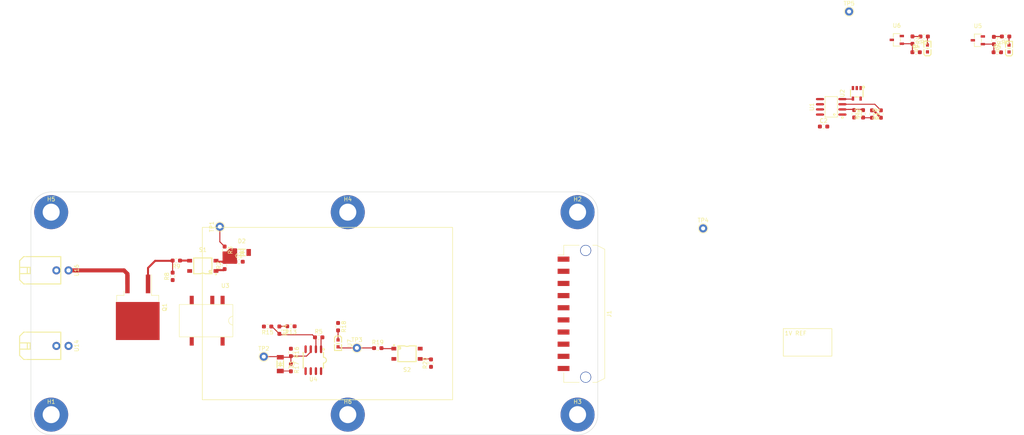
<source format=kicad_pcb>
(kicad_pcb (version 20211014) (generator pcbnew)
  (layers (0 "F.Cu" signal) (31 "B.Cu" signal) (34 "B.Paste" user) (35 "F.Paste" user) (36 "B.SilkS" user "B.Silkscreen") (37 "F.SilkS" user "F.Silkscreen") (38 "B.Mask" user) (39 "F.Mask" user) (44 "Edge.Cuts" user))
  (net 0 "")
  (net 1 "GND")
  (net 2 "+5V")
  (net 3 "Net-(R6-Pad1)")
  (net 4 "/TRIG")
  (net 5 "HV+")
  (net 6 "HV-")
  (net 7 "/PULSE")
  (net 8 "Net-(C4-Pad1)")
  (net 9 "HV_5V")
  (net 10 "Net-(R13-Pad2)")
  (net 11 "1V_REF")
  (net 13 "Net-(U1-Pad4)")
  (net 15 "Net-(C5-Pad1)")
  (net 16 "Net-(R11-Pad2)")
  (net 17 "/op_n{slash}i")
  (net 18 "Net-(R1-Pad1)")
  (net 19 "G_TSAL")
  (net 20 "~{Discharge}")
  (net 21 "/op_out")
  (net 22 "HV_STATUS")
  (net 23 "/hvSled")
  (net 24 "/sFeed")
  (net 25 "R_TSAL")
  (net 26 "/S1_ls")
  (net 27 "Net-(U16-Pad2)")
  (net 28 "Net-(R8-Pad2)")
  (net 29 "Net-(S1-Pad3)")
  (footprint "Resistor_SMD:R_0603_1608Metric_Pad0.98x0.95mm_HandSolder" (layer "F.Cu") (at 217.3 46.7 -90)
    (fp_text reference "C3" (at 0 -1.43 90) (layer "F.SilkS"))
    (fp_text value "2u2")
    (fp_line (start -0.254724 0.5225) (end 0.254724 0.5225) (layer "F.SilkS") (width 0.12))
    (fp_line (start -0.254724 -0.5225) (end 0.254724 -0.5225) (layer "F.SilkS") (width 0.12))
    (pad "1" smd roundrect (at -0.9125 0 270) (size 0.975 0.95) (layers "F.Cu" "F.Paste" "F.Mask") (net 4 "/TRIG"))
    (pad "2" smd roundrect (at 0.9125 0 270) (size 0.975 0.95) (layers "F.Cu" "F.Paste" "F.Mask") (net 1 "GND"))
  )
  (footprint "MountingHole:MountingHole_2.2mm_M2" (layer "F.Cu") (at 92.25 71)
    (fp_text reference "H4" (at 0 -3.2) (layer "F.SilkS"))
    (fp_text value "MountingHole")
    (pad "" np_thru_hole circle (at 0 0) (size 8.4 8.4) (drill 4.2) (layers F&B.Cu *.Mask))
  )
  (footprint "Resistor_SMD:R_0603_1608Metric_Pad0.98x0.95mm_HandSolder" (layer "F.Cu") (at 78.2 109.3875 -90)
    (fp_text reference "R17" (at 0 -1.43 90) (layer "F.SilkS"))
    (fp_text value "200K")
    (fp_line (start -0.254724 -0.5225) (end 0.254724 -0.5225) (layer "F.SilkS") (width 0.12))
    (fp_line (start -0.254724 0.5225) (end 0.254724 0.5225) (layer "F.SilkS") (width 0.12))
    (pad "1" smd roundrect (at -0.9125 0 270) (size 0.975 0.95) (layers "F.Cu" "F.Paste" "F.Mask") (net 17 "/op_n{slash}i"))
    (pad "2" smd roundrect (at 0.9125 0 270) (size 0.975 0.95) (layers "F.Cu" "F.Paste" "F.Mask") (net 6 "HV-"))
  )
  (footprint "Resistor_SMD:R_0603_1608Metric_Pad0.98x0.95mm_HandSolder" (layer "F.Cu") (at 49.9 82.95 180)
    (fp_text reference "R9" (at 0 -1.43) (layer "F.SilkS"))
    (fp_text value "1K")
    (fp_line (start -0.254724 0.5225) (end 0.254724 0.5225) (layer "F.SilkS") (width 0.12))
    (fp_line (start -0.254724 -0.5225) (end 0.254724 -0.5225) (layer "F.SilkS") (width 0.12))
    (pad "1" smd roundrect (at -0.9125 0 180) (size 0.975 0.95) (layers "F.Cu" "F.Paste" "F.Mask") (net 29 "Net-(S1-Pad3)"))
    (pad "2" smd roundrect (at 0.9125 0 180) (size 0.975 0.95) (layers "F.Cu" "F.Paste" "F.Mask") (net 28 "Net-(R8-Pad2)"))
  )
  (footprint "footprint:SOIC-8_L5.0-W4.0-P1.27-LS6.0-BL" (layer "F.Cu") (at 83.73984 107.550952 180)
    (fp_text reference "U4" (at 0 -4.705105) (layer "F.SilkS"))
    (fp_text value "LM392MX")
    (fp_line (start -2.5 -1.5) (end -2.5 -1.905004) (layer "F.SilkS") (width 0.254001))
    (fp_line (start -2.5 -1.905004) (end -2.408585 -1.905004) (layer "F.SilkS") (width 0.254001))
    (fp_line (start 2.5 -1.905004) (end 2.408585 -1.905004) (layer "F.SilkS") (width 0.254001))
    (fp_line (start -2.5 1.905004) (end -2.408585 1.905004) (layer "F.SilkS") (width 0.254001))
    (fp_line (start 2.5 1.5) (end 2.5 1.905004) (layer "F.SilkS") (width 0.254001))
    (fp_line (start 2.5 -1.5) (end 2.5 1.5) (layer "F.SilkS") (width 0.254001))
    (fp_line (start 2.5 1.905004) (end 2.408585 1.905004) (layer "F.SilkS") (width 0.254001))
    (fp_line (start -2.5 1.5) (end -2.5 1.905004) (layer "F.SilkS") (width 0.254001))
    (fp_line (start -2.5 -1.5) (end -2.5 -0.726289) (layer "F.SilkS") (width 0.254001))
    (fp_line (start 2.5 -1.5) (end 2.5 -1.905004) (layer "F.SilkS") (width 0.254001))
    (fp_line (start -2.5 1.5) (end -2.5 0.726568) (layer "F.SilkS") (width 0.254001))
    (fp_arc (start -2.5 0.726568) (mid -3.220316 -0.0023) (end -2.495097 -0.726289) (layer "F.SilkS") (width 0.254001))
    (fp_circle (center -2.420117 3) (end -2.390145 3) (layer "F.SilkS") (width 0.059995) (fill none))
    (fp_circle (center -2.540005 2.667005) (end -2.389891 2.667005) (layer "F.SilkS") (width 0.3) (fill none))
    (pad "1" smd oval locked (at -1.905004 2.705105 180) (size 0.568402 1.950216) (layers "F.Cu" "F.Paste" "F.Mask") (net 21 "/op_out"))
    (pad "2" smd oval locked (at -0.635001 2.705105 180) (size 0.568402 1.950216) (layers "F.Cu" "F.Paste" "F.Mask") (net 11 "1V_REF"))
    (pad "3" smd oval locked (at 0.635001 2.705105 180) (size 0.568402 1.950216) (layers "F.Cu" "F.Paste" "F.Mask") (net 17 "/op_n{slash}i"))
    (pad "4" smd oval locked (at 1.905004 2.705105 180) (size 0.568402 1.950216) (layers "F.Cu" "F.Paste" "F.Mask") (net 6 "HV-"))
    (pad "5" smd oval locked (at 1.905004 -2.705105 180) (size 0.568402 1.950216) (layers "F.Cu" "F.Paste" "F.Mask"))
    (pad "6" smd oval locked (at 0.635001 -2.705105 180) (size 0.568402 1.950216) (layers "F.Cu" "F.Paste" "F.Mask"))
    (pad "7" smd oval locked (at -0.635001 -2.705105 180) (size 0.568402 1.950216) (layers "F.Cu" "F.Paste" "F.Mask"))
    (pad "8" smd oval locked (at -1.905004 -2.705105 180) (size 0.568402 1.950216) (layers "F.Cu" "F.Paste" "F.Mask") (net 9 "HV_5V"))
  )
  (footprint "Resistor_SMD:R_0603_1608Metric_Pad0.98x0.95mm_HandSolder" (layer "F.Cu") (at 231.7 28.5125 -90)
    (fp_text reference "R4" (at 0 -1.43 90) (layer "F.SilkS"))
    (fp_text value "10K")
    (fp_line (start -0.254724 -0.5225) (end 0.254724 -0.5225) (layer "F.SilkS") (width 0.12))
    (fp_line (start -0.254724 0.5225) (end 0.254724 0.5225) (layer "F.SilkS") (width 0.12))
    (pad "1" smd roundrect (at -0.9125 0 270) (size 0.975 0.95) (layers "F.Cu" "F.Paste" "F.Mask") (net 7 "/PULSE"))
    (pad "2" smd roundrect (at 0.9125 0 270) (size 0.975 0.95) (layers "F.Cu" "F.Paste" "F.Mask") (net 8 "Net-(C4-Pad1)"))
  )
  (footprint "MountingHole:MountingHole_2.2mm_M2" (layer "F.Cu") (at 149 71)
    (fp_text reference "H2" (at 0 -3.2) (layer "F.SilkS"))
    (fp_text value "MountingHole")
    (pad "" np_thru_hole circle (at 0 0) (size 8.4 8.4) (drill 4.2) (layers F&B.Cu *.Mask))
  )
  (footprint "Resistor_SMD:R_0603_1608Metric_Pad0.98x0.95mm_HandSolder" (layer "F.Cu") (at 61.8348 80.408 -90)
    (fp_text reference "R3" (at 0 -1.43 -270) (layer "F.SilkS"))
    (fp_text value "10K")
    (fp_line (start -0.254724 -0.5225) (end 0.254724 -0.5225) (layer "F.SilkS") (width 0.12))
    (fp_line (start -0.254724 0.5225) (end 0.254724 0.5225) (layer "F.SilkS") (width 0.12))
    (pad "1" smd roundrect (at -0.9125 0 270) (size 0.975 0.95) (layers "F.Cu" "F.Paste" "F.Mask") (net 20 "~{Discharge}"))
    (pad "2" smd roundrect (at 0.9125 0 270) (size 0.975 0.95) (layers "F.Cu" "F.Paste" "F.Mask") (net 26 "/S1_ls"))
  )
  (footprint "Resistor_SMD:R_0603_1608Metric_Pad0.98x0.95mm_HandSolder" (layer "F.Cu") (at 65.3908 83.234)
    (fp_text reference "C1" (at 0 -1.43) (layer "F.SilkS"))
    (fp_text value "100nF")
    (fp_line (start -0.254724 0.5225) (end 0.254724 0.5225) (layer "F.SilkS") (width 0.12))
    (fp_line (start -0.254724 -0.5225) (end 0.254724 -0.5225) (layer "F.SilkS") (width 0.12))
    (pad "1" smd roundrect (at -0.9125 0) (size 0.975 0.95) (layers "F.Cu" "F.Paste" "F.Mask") (net 26 "/S1_ls"))
    (pad "2" smd roundrect (at 0.9125 0) (size 0.975 0.95) (layers "F.Cu" "F.Paste" "F.Mask") (net 1 "GND"))
  )
  (footprint "footprint:SOT-23-3_L2.9-W1.6-P1.90-LS2.8-BR" (layer "F.Cu") (at 247.85 28.55)
    (fp_text reference "U5" (at 0 -3.536195) (layer "F.SilkS"))
    (fp_text value "AO3400A")
    (fp_line (start -0.876327 -1.536195) (end -0.876327 -0.49459) (layer "F.SilkS") (width 0.1524))
    (fp_line (start -0.876327 1.536195) (end -0.876327 0.49459) (layer "F.SilkS") (width 0.1524))
    (fp_line (start 0.876073 -0.455398) (end 0.876073 0.455398) (layer "F.SilkS") (width 0.1524))
    (fp_line (start 0.876073 -1.536195) (end -0.876327 -1.536195) (layer "F.SilkS") (width 0.1524))
    (fp_line (start 0.876073 1.536195) (end -0.876327 1.536195) (layer "F.SilkS") (width 0.1524))
    (fp_circle (center 1.399873 1.459995) (end 1.42987 1.459995) (layer "F.SilkS") (width 0.059995) (fill none))
    (pad "1" smd rect locked (at 1.235077 0.949962) (size 1.070003 0.6) (layers "F.Cu" "F.Paste" "F.Mask") (net 15 "Net-(C5-Pad1)"))
    (pad "2" smd rect locked (at 1.235077 -0.949962) (size 1.070003 0.6) (layers "F.Cu" "F.Paste" "F.Mask") (net 1 "GND"))
    (pad "3" smd rect locked (at -1.235077 0) (size 1.070003 0.6) (layers "F.Cu" "F.Paste" "F.Mask") (net 19 "G_TSAL"))
  )
  (footprint "Resistor_SMD:R_0603_1608Metric_Pad0.98x0.95mm_HandSolder" (layer "F.Cu") (at 234.5875 27.6125 180)
    (fp_text reference "R1" (at 0 -1.43) (layer "F.SilkS"))
    (fp_text value "470R")
    (fp_line (start -0.254724 -0.5225) (end 0.254724 -0.5225) (layer "F.SilkS") (width 0.12))
    (fp_line (start -0.254724 0.5225) (end 0.254724 0.5225) (layer "F.SilkS") (width 0.12))
    (pad "1" smd roundrect (at -0.9125 0 180) (size 0.975 0.95) (layers "F.Cu" "F.Paste" "F.Mask") (net 18 "Net-(R1-Pad1)"))
    (pad "2" smd roundrect (at 0.9125 0 180) (size 0.975 0.95) (layers "F.Cu" "F.Paste" "F.Mask") (net 7 "/PULSE"))
  )
  (footprint "MountingHole:MountingHole_2.2mm_M2" (layer "F.Cu") (at 19 71)
    (fp_text reference "H5" (at 0 -3.2) (layer "F.SilkS"))
    (fp_text value "MountingHole")
    (pad "" np_thru_hole circle (at 0 0) (size 8.4 8.4) (drill 4.2) (layers F&B.Cu *.Mask))
  )
  (footprint "Resistor_SMD:R_0603_1608Metric_Pad0.98x0.95mm_HandSolder" (layer "F.Cu") (at 254.7 27.6125 180)
    (fp_text reference "R6" (at 0 -1.43) (layer "F.SilkS"))
    (fp_text value "470R")
    (fp_line (start -0.254724 0.5225) (end 0.254724 0.5225) (layer "F.SilkS") (width 0.12))
    (fp_line (start -0.254724 -0.5225) (end 0.254724 -0.5225) (layer "F.SilkS") (width 0.12))
    (pad "1" smd roundrect (at -0.9125 0 180) (size 0.975 0.95) (layers "F.Cu" "F.Paste" "F.Mask") (net 3 "Net-(R6-Pad1)"))
    (pad "2" smd roundrect (at 0.9125 0 180) (size 0.975 0.95) (layers "F.Cu" "F.Paste" "F.Mask") (net 22 "HV_STATUS"))
  )
  (footprint "MountingHole:MountingHole_2.2mm_M2" (layer "F.Cu") (at 149 121)
    (fp_text reference "H3" (at 0 -3.2) (layer "F.SilkS"))
    (fp_text value "MountingHole")
    (pad "" np_thru_hole circle (at 0 0) (size 8.4 8.4) (drill 4.2) (layers F&B.Cu *.Mask))
  )
  (footprint "TestPoint:TestPoint_THTPad_D2.0mm_Drill1.0mm" (layer "F.Cu") (at 71.5 106.675)
    (fp_text reference "TP2" (at 0 -1.998) (layer "F.SilkS"))
    (fp_text value "tp_op_n/i")
    (fp_circle (center 0 0) (end 0 1.2) (layer "F.SilkS") (width 0.12) (fill none))
    (pad "1" thru_hole circle (at 0 0) (size 2 2) (drill 1) (layers *.Cu *.Mask) (net 17 "/op_n{slash}i"))
  )
  (footprint "footprint:LL-34_L3.5-W1.5-RD" (layer "F.Cu") (at 75.575 108.525025 -90)
    (fp_text reference "D1" (at 0 -2.8 90) (layer "F.SilkS"))
    (fp_text value "5V")
    (fp_line (start 0.355601 -0.482601) (end 0.355601 0.482601) (layer "F.SilkS") (width 0.2))
    (fp_line (start -0.609601 0) (end 0.685801 0) (layer "F.SilkS") (width 0.2))
    (fp_line (start -0.878105 0.8) (end 0.878105 0.8) (layer "F.SilkS") (width 0.254001))
    (fp_line (start -0.127 0) (end 0.355601 -0.482601) (layer "F.SilkS") (width 0.2))
    (fp_line (start -0.9 -0.8) (end 0.9 -0.8) (layer "F.SilkS") (width 0.254001))
    (fp_line (start -0.2286 -0.584201) (end -0.2286 0.533401) (layer "F.SilkS") (width 0.2))
    (fp_line (start 0.355601 0.482601) (end -0.1016 0.0254) (layer "F.SilkS") (width 0.2))
    (fp_circle (center -1.746203 0.750013) (end -1.716205 0.750013) (layer "F.SilkS") (width 0.059995) (fill none))
    (pad "1" smd rect locked (at -1.700025 0 90) (size 1.1 1.7) (layers "F.Cu" "F.Paste" "F.Mask") (net 17 "/op_n{slash}i"))
    (pad "2" smd rect locked (at 1.700025 0 90) (size 1.1 1.7) (layers "F.Cu" "F.Paste" "F.Mask") (net 6 "HV-"))
  )
  (footprint "footprint:SOP-4_L3.9-W4.4-P2.54-LS7.0-BR" (layer "F.Cu") (at 56.45 84.25)
    (fp_text reference "S1" (at 0 -3.949962) (layer "F.SilkS"))
    (fp_text value "KAQY414S")
    (fp_line (start 2.250445 -1.949962) (end 2.250445 1.949962) (layer "F.SilkS") (width 0.254001))
    (fp_line (start -2.199898 -1.949962) (end 2.199898 -1.949962) (layer "F.SilkS") (width 0.254001))
    (fp_line (start 2.250445 1.949962) (end 0.6 1.949962) (layer "F.SilkS") (width 0.254001))
    (fp_line (start -2.250445 1.949962) (end -2.250445 -1.949962) (layer "F.SilkS") (width 0.254001))
    (fp_line (start -2.250445 1.949962) (end -0.6 1.949962) (layer "F.SilkS") (width 0.254001))
    (fp_arc (start -0.6 1.949962) (mid -0.00019 1.808889) (end 0.599441 1.950724) (layer "F.SilkS") (width 0.254001))
    (fp_circle (center 1.8 1.400254) (end 1.927 1.400254) (layer "F.SilkS") (width 0.254001) (fill none))
    (fp_circle (center 3.199898 2.100076) (end 3.326899 2.100076) (layer "F.SilkS") (width 0.254001) (fill none))
    (fp_circle (center 3.470003 1.920244) (end 3.5 1.920244) (layer "F.SilkS") (width 0.059995) (fill none))
    (pad "1" smd rect locked (at 3.249936 1.270257 180) (size 1.198882 0.9) (layers "F.Cu" "F.Paste" "F.Mask") (net 2 "+5V"))
    (pad "2" smd rect locked (at 3.249936 -1.269749 180) (size 1.198882 0.9) (layers "F.Cu" "F.Paste" "F.Mask") (net 26 "/S1_ls"))
    (pad "3" smd rect locked (at -3.249936 -1.269749 180) (size 1.198882 0.9) (layers "F.Cu" "F.Paste" "F.Mask") (net 29 "Net-(S1-Pad3)"))
    (pad "4" smd rect locked (at -3.249936 1.270257 180) (size 1.198882 0.9) (layers "F.Cu" "F.Paste" "F.Mask") (net 9 "HV_5V"))
  )
  (footprint "Resistor_SMD:R_0603_1608Metric_Pad0.98x0.95mm_HandSolder" (layer "F.Cu") (at 223.9 46.7625 90)
    (fp_text reference "R10" (at 0 -1.43 90) (layer "F.SilkS"))
    (fp_text value "1K")
    (fp_line (start -0.254724 0.5225) (end 0.254724 0.5225) (layer "F.SilkS") (width 0.12))
    (fp_line (start -0.254724 -0.5225) (end 0.254724 -0.5225) (layer "F.SilkS") (width 0.12))
    (pad "1" smd roundrect (at -0.9125 0 90) (size 0.975 0.95) (layers "F.Cu" "F.Paste" "F.Mask") (net 2 "+5V"))
    (pad "2" smd roundrect (at 0.9125 0 90) (size 0.975 0.95) (layers "F.Cu" "F.Paste" "F.Mask") (net 7 "/PULSE"))
  )
  (footprint "footprint:CONN-TH_43045-0200" (layer "F.Cu") (at 17.25 104 -90)
    (fp_text reference "U14" (at 0 -8.040513 90) (layer "F.SilkS"))
    (fp_text value "Micro Fit 2P")
    (fp_line (start -0.724536 3.440564) (end -0.724536 5.990475) (layer "F.SilkS") (width 0.254001))
    (fp_line (start -2.374524 6.040513) (end 2.37554 6.040513) (layer "F.SilkS") (width 0.254001))
    (fp_line (start -3.37554 5.038481) (end -2.425578 5.988443) (layer "F.SilkS") (width 0.254001))
    (fp_line (start 3.37554 -4.120345) (end 3.37554 4.539548) (layer "F.SilkS") (width 0.254001))
    (fp_line (start -3.37554 4.788545) (end -3.37554 5.038481) (layer "F.SilkS") (width 0.254001))
    (fp_line (start 3.355474 -4.120345) (end -3.30442 -4.120345) (layer "F.SilkS") (width 0.254001))
    (fp_line (start -0.724536 3.440564) (end 0.825629 3.440564) (layer "F.SilkS") (width 0.254001))
    (fp_line (start -3.37554 4.537516) (end -3.37554 -4.120345) (layer "F.SilkS") (width 0.254001))
    (fp_line (start 0.825629 3.440564) (end 0.825629 5.990475) (layer "F.SilkS") (width 0.254001))
    (fp_line (start 3.372746 5.039751) (end 2.423038 5.989713) (layer "F.SilkS") (width 0.254001))
    (fp_line (start 3.372746 4.789815) (end 3.372746 5.039751) (layer "F.SilkS") (width 0.254001))
    (fp_line (start -0.674498 4.140589) (end 0.775591 4.140589) (layer "F.SilkS") (width 0.254001))
    (fp_circle (center 3.350648 5.789561) (end 3.38062 5.789561) (layer "F.SilkS") (width 0.059995) (fill none))
    (pad "" np_thru_hole circle locked (at 0.025527 1.189611 270) (size 3 3) (drill 3) (layers *.Cu *.Mask))
    (pad "1" thru_hole circle locked (at 0.025527 -3.040513 270) (size 2 2) (drill 1.049987) (layers *.Cu *.Mask) (net 6 "HV-"))
    (pad "2" thru_hole circle locked (at 0.025527 -6.040513 270) (size 2 2) (drill 1.049987) (layers *.Cu *.Mask) (net 5 "HV+"))
  )
  (footprint "MountingHole:MountingHole_2.2mm_M2" (layer "F.Cu") (at 19 121)
    (fp_text reference "H1" (at 0 -3.2) (layer "F.SilkS"))
    (fp_text value "MountingHole")
    (pad "" np_thru_hole circle (at 0 0) (size 8.4 8.4) (drill 4.2) (layers F&B.Cu *.Mask))
  )
  (footprint "Resistor_SMD:R_0603_1608Metric_Pad0.98x0.95mm_HandSolder" (layer "F.Cu") (at 89.85 99.275 -90)
    (fp_text reference "R18" (at 0 -1.43 90) (layer "F.SilkS"))
    (fp_text value "470R")
    (fp_line (start -0.254724 0.5225) (end 0.254724 0.5225) (layer "F.SilkS") (width 0.12))
    (fp_line (start -0.254724 -0.5225) (end 0.254724 -0.5225) (layer "F.SilkS") (width 0.12))
    (pad "1" smd roundrect (at -0.9125 0 270) (size 0.975 0.95) (layers "F.Cu" "F.Paste" "F.Mask") (net 6 "HV-"))
    (pad "2" smd roundrect (at 0.9125 0 270) (size 0.975 0.95) (layers "F.Cu" "F.Paste" "F.Mask") (net 23 "/hvSled"))
  )
  (footprint "Resistor_SMD:R_0603_1608Metric_Pad0.98x0.95mm_HandSolder" (layer "F.Cu") (at 209.75 49.85)
    (fp_text reference "C2" (at 0 -1.43) (layer "F.SilkS"))
    (fp_text value "10uF")
    (fp_line (start -0.254724 0.5225) (end 0.254724 0.5225) (layer "F.SilkS") (width 0.12))
    (fp_line (start -0.254724 -0.5225) (end 0.254724 -0.5225) (layer "F.SilkS") (width 0.12))
    (pad "1" smd roundrect (at -0.9125 0) (size 0.975 0.95) (layers "F.Cu" "F.Paste" "F.Mask") (net 2 "+5V"))
    (pad "2" smd roundrect (at 0.9125 0) (size 0.975 0.95) (layers "F.Cu" "F.Paste" "F.Mask") (net 1 "GND"))
  )
  (footprint "footprint:SOP-4_L3.9-W4.4-P2.54-LS7.0-BR" (layer "F.Cu") (at 106.875318 105.963558 180)
    (fp_text reference "S2" (at 0 -3.949962) (layer "F.SilkS"))
    (fp_text value "KAQY414S")
    (fp_line (start -2.199898 -1.949962) (end 2.199898 -1.949962) (layer "F.SilkS") (width 0.254001))
    (fp_line (start 2.250445 1.949962) (end 0.6 1.949962) (layer "F.SilkS") (width 0.254001))
    (fp_line (start 2.250445 -1.949962) (end 2.250445 1.949962) (layer "F.SilkS") (width 0.254001))
    (fp_line (start -2.250445 1.949962) (end -0.6 1.949962) (layer "F.SilkS") (width 0.254001))
    (fp_line (start -2.250445 1.949962) (end -2.250445 -1.949962) (layer "F.SilkS") (width 0.254001))
    (fp_arc (start -0.6 1.949962) (mid -0.00019 1.808889) (end 0.599441 1.950724) (layer "F.SilkS") (width 0.254001))
    (fp_circle (center 3.199898 2.100076) (end 3.326899 2.100076) (layer "F.SilkS") (width 0.254001) (fill none))
    (fp_circle (center 3.470003 1.920244) (end 3.5 1.920244) (layer "F.SilkS") (width 0.059995) (fill none))
    (fp_circle (center 1.8 1.400254) (end 1.927 1.400254) (layer "F.SilkS") (width 0.254001) (fill none))
    (pad "1" smd rect locked (at 3.249936 1.270257) (size 1.198882 0.9) (layers "F.Cu" "F.Paste" "F.Mask") (net 24 "/sFeed"))
    (pad "2" smd rect locked (at 3.249936 -1.269749) (size 1.198882 0.9) (layers "F.Cu" "F.Paste" "F.Mask") (net 6 "HV-"))
    (pad "3" smd rect locked (at -3.249936 -1.269749) (size 1.198882 0.9) (layers "F.Cu" "F.Paste" "F.Mask") (net 22 "HV_STATUS"))
    (pad "4" smd rect locked (at -3.249936 1.270257) (size 1.198882 0.9) (layers "F.Cu" "F.Paste" "F.Mask") (net 2 "+5V"))
  )
  (footprint "Converter_DCDC:CUI Isolated DC-DC" (layer "F.Cu") (at 61.33 91.7 180)
    (fp_text reference "U3" (at -0.67 2.55 unlocked) (layer "F.SilkS"))
    (fp_text value "PDSE1-S5-D5-M-TR ")
    (fp_rect (start -2.54 -2.1) (end 10.7 -10.1) (layer "F.SilkS") (width 0.12) (fill none))
    (fp_arc (start -2.5 -7.14957) (mid -1.486066 -6.076201) (end -2.54 -5.041134) (layer "F.SilkS") (width 0.12))
    (pad "1" smd rect (at 0 -1) (size 1 2.1) (layers "F.Cu" "F.Paste" "F.Mask") (net 2 "+5V"))
    (pad "2" smd rect (at 2.54 -1) (size 1 2.1) (layers "F.Cu" "F.Paste" "F.Mask") (net 1 "GND"))
    (pad "4" smd rect (at 7.62 -1) (size 1 2.1) (layers "F.Cu" "F.Paste" "F.Mask") (net 6 "HV-"))
    (pad "5" smd rect (at 7.62 -11.2) (size 1 2.1) (layers "F.Cu" "F.Paste" "F.Mask") (net 9 "HV_5V"))
    (pad "8" smd rect (at 0 -11.2) (size 1 2.1) (layers "F.Cu" "F.Paste" "F.Mask"))
  )
  (footprint "Resistor_SMD:R_0603_1608Metric_Pad0.98x0.95mm_HandSolder" (layer "F.Cu") (at 72.45 99.2375 180)
    (fp_text reference "R15" (at 0 -1.43) (layer "F.SilkS"))
    (fp_text value "1K")
    (fp_line (start -0.254724 0.5225) (end 0.254724 0.5225) (layer "F.SilkS") (width 0.12))
    (fp_line (start -0.254724 -0.5225) (end 0.254724 -0.5225) (layer "F.SilkS") (width 0.12))
    (pad "1" smd roundrect (at -0.9125 0 180) (size 0.975 0.95) (layers "F.Cu" "F.Paste" "F.Mask") (net 11 "1V_REF"))
    (pad "2" smd roundrect (at 0.9125 0 180) (size 0.975 0.95) (layers "F.Cu" "F.Paste" "F.Mask") (net 6 "HV-"))
  )
  (footprint "Package_TO_SOT_SMD:TO-263-2_TabPin1_D2PAK" (layer "F.Cu") (at 40.375 94.5 -90)
    (fp_text reference "Q1" (at 0 -6.65 90) (layer "F.SilkS"))
    (fp_text value "OnSemi FDB12N50TM")
    (fp_line (start -2.95 3.39) (end -4.05 3.39) (layer "F.SilkS") (width 0.12))
    (fp_line (start -2.95 5.2) (end -2.95 3.39) (layer "F.SilkS") (width 0.12))
    (fp_line (start -1.45 5.2) (end -2.95 5.2) (layer "F.SilkS") (width 0.12))
    (fp_line (start -2.95 -3.39) (end -8.075 -3.39) (layer "F.SilkS") (width 0.12))
    (fp_line (start -1.45 -5.2) (end -2.95 -5.2) (layer "F.SilkS") (width 0.12))
    (fp_line (start -2.95 -5.2) (end -2.95 -3.39) (layer "F.SilkS") (width 0.12))
    (pad "1" smd rect (at 3.375 0 270) (size 9.4 10.8) (layers "F.Cu" "F.Mask") (net 5 "HV+"))
    (pad "2" smd rect (at -5.775 -2.54 270) (size 4.6 1.1) (layers "F.Cu" "F.Paste" "F.Mask") (net 28 "Net-(R8-Pad2)"))
    (pad "3" smd rect (at -5.775 2.54 270) (size 4.6 1.1) (layers "F.Cu" "F.Paste" "F.Mask") (net 27 "Net-(U16-Pad2)"))
  )
  (footprint "TestPoint:TestPoint_THTPad_D2.0mm_Drill1.0mm" (layer "F.Cu") (at 94.5 104.525)
    (fp_text reference "TP3" (at 0 -1.998) (layer "F.SilkS"))
    (fp_text value "tp_op_out")
    (fp_circle (center 0 0) (end 0 1.2) (layer "F.SilkS") (width 0.12) (fill none))
    (pad "1" thru_hole circle (at 0 0) (size 2 2) (drill 1) (layers *.Cu *.Mask) (net 21 "/op_out"))
  )
  (footprint "Resistor_SMD:R_0603_1608Metric_Pad0.98x0.95mm_HandSolder" (layer "F.Cu") (at 252.65 31.5125)
    (fp_text reference "C5" (at 0 -1.43) (layer "F.SilkS"))
    (fp_text value "100nF")
    (fp_line (start -0.254724 0.5225) (end 0.254724 0.5225) (layer "F.SilkS") (width 0.12))
    (fp_line (start -0.254724 -0.5225) (end 0.254724 -0.5225) (layer "F.SilkS") (width 0.12))
    (pad "1" smd roundrect (at -0.9125 0) (size 0.975 0.95) (layers "F.Cu" "F.Paste" "F.Mask") (net 15 "Net-(C5-Pad1)"))
    (pad "2" smd roundrect (at 0.9125 0) (size 0.975 0.95) (layers "F.Cu" "F.Paste" "F.Mask") (net 1 "GND"))
  )
  (footprint "footprint:LED0603-R-RD" (layer "F.Cu") (at 235.4035 30.5885 90)
    (fp_text reference "U8" (at 0 -2.863602 90) (layer "F.SilkS"))
    (fp_text value "KT-0603R")
    (fp_line (start 1.790704 0.863602) (end 0.317501 0.863602) (layer "F.SilkS") (width 0.254001))
    (fp_line (start 1.790704 -0.863602) (end 0.317501 -0.863602) (layer "F.SilkS") (width 0.254001))
    (fp_line (start 0.1016 0.406401) (end 0.1016 -0.381001) (layer "F.SilkS") (width 0.202997))
    (fp_line (start 1.790704 0.863602) (end 1.790704 -0.863602) (layer "F.SilkS") (width 0.254001))
    (fp_line (start -0.292101 0.863602) (end -1.435103 0.863602) (layer "F.SilkS") (width 0.254001))
    (fp_line (start 0.1016 0.00795) (end -0.073762 0.00795) (layer "F.SilkS") (width 0.202997))
    (fp_line (start -1.435103 0.863602) (end -1.790704 0.508001) (layer "F.SilkS") (width 0.254001))
    (fp_line (start -1.790704 -0.508001) (end -1.435103 -0.863602) (layer "F.SilkS") (width 0.254001))
    (fp_line (start -0.266701 -0.863602) (end -1.435103 -0.863602) (layer "F.SilkS") (width 0.254001))
    (fp_line (start -1.790704 0.508001) (end -1.790704 -0.508001) (layer "F.SilkS") (width 0.254001))
    (fp_circle (center 0.825502 0.400051) (end 0.855474 0.400051) (layer "F.SilkS") (width 0.059995) (fill none))
    (pad "1" smd rect locked (at 0.876302 0 180) (size 0.8 0.8) (layers "F.Cu" "F.Paste" "F.Mask") (net 18 "Net-(R1-Pad1)"))
    (pad "2" smd rect locked (at -0.825502 0 180) (size 0.8 0.8) (layers "F.Cu" "F.Paste" "F.Mask") (net 1 "GND"))
  )
  (footprint "Resistor_SMD:R_0603_1608Metric_Pad0.98x0.95mm_HandSolder" (layer "F.Cu") (at 75.35 100.1375 -90)
    (fp_text reference "R14" (at 0 -1.43 90) (layer "F.SilkS"))
    (fp_text value "2K")
    (fp_line (start -0.254724 0.5225) (end 0.254724 0.5225) (layer "F.SilkS") (width 0.12))
    (fp_line (start -0.254724 -0.5225) (end 0.254724 -0.5225) (layer "F.SilkS") (width 0.12))
    (pad "1" smd roundrect (at -0.9125 0 270) (size 0.975 0.95) (layers "F.Cu" "F.Paste" "F.Mask") (net 10 "Net-(R13-Pad2)"))
    (pad "2" smd roundrect (at 0.9125 0 270) (size 0.975 0.95) (layers "F.Cu" "F.Paste" "F.Mask") (net 11 "1V_REF"))
  )
  (footprint "TestPoint:TestPoint_THTPad_D2.0mm_Drill1.0mm" (layer "F.Cu") (at 60.6488 74.598 90)
    (fp_text reference "TP1" (at 0 -1.998 90) (layer "F.SilkS"))
    (fp_text value "tp_Discharge")
    (fp_circle (center 0 0) (end 0 1.2) (layer "F.SilkS") (width 0.12) (fill none))
    (pad "1" thru_hole circle (at 0 0 90) (size 2 2) (drill 1) (layers *.Cu *.Mask) (net 20 "~{Discharge}"))
  )
  (footprint "Resistor_SMD:R_0603_1608Metric_Pad0.98x0.95mm_HandSolder" (layer "F.Cu") (at 99.65 104.575)
    (fp_text reference "R19" (at 0 -1.43) (layer "F.SilkS"))
    (fp_text value "470R")
    (fp_line (start -0.254724 -0.5225) (end 0.254724 -0.5225) (layer "F.SilkS") (width 0.12))
    (fp_line (start -0.254724 0.5225) (end 0.254724 0.5225) (layer "F.SilkS") (width 0.12))
    (pad "1" smd roundrect (at -0.9125 0) (size 0.975 0.95) (layers "F.Cu" "F.Paste" "F.Mask") (net 21 "/op_out"))
    (pad "2" smd roundrect (at 0.9125 0) (size 0.975 0.95) (layers "F.Cu" "F.Paste" "F.Mask") (net 24 "/sFeed"))
  )
  (footprint "MountingHole:MountingHole_2.2mm_M2" (layer "F.Cu") (at 92.25 121)
    (fp_text reference "H6" (at 0 -3.2) (layer "F.SilkS"))
    (fp_text value "MountingHole")
    (pad "" np_thru_hole circle (at 0 0) (size 8.4 8.4) (drill 4.2) (layers F&B.Cu *.Mask))
  )
  (footprint "footprint:CONN-TH_43045-0200" (layer "F.Cu") (at 17.25 85.35 -90)
    (fp_text reference "U16" (at 0 -8.040513 90) (layer "F.SilkS"))
    (fp_text value "Micro Fit 2P")
    (fp_line (start 0.825629 3.440564) (end 0.825629 5.990475) (layer "F.SilkS") (width 0.254001))
    (fp_line (start -2.374524 6.040513) (end 2.37554 6.040513) (layer "F.SilkS") (width 0.254001))
    (fp_line (start 3.372746 4.789815) (end 3.372746 5.039751) (layer "F.SilkS") (width 0.254001))
    (fp_line (start -3.37554 4.788545) (end -3.37554 5.038481) (layer "F.SilkS") (width 0.254001))
    (fp_line (start -0.724536 3.440564) (end 0.825629 3.440564) (layer "F.SilkS") (width 0.254001))
    (fp_line (start 3.37554 -4.120345) (end 3.37554 4.539548) (layer "F.SilkS") (width 0.254001))
    (fp_line (start -3.37554 4.537516) (end -3.37554 -4.120345) (layer "F.SilkS") (width 0.254001))
    (fp_line (start -0.674498 4.140589) (end 0.775591 4.140589) (layer "F.SilkS") (width 0.254001))
    (fp_line (start -0.724536 3.440564) (end -0.724536 5.990475) (layer "F.SilkS") (width 0.254001))
    (fp_line (start -3.37554 5.038481) (end -2.425578 5.988443) (layer "F.SilkS") (width 0.254001))
    (fp_line (start 3.372746 5.039751) (end 2.423038 5.989713) (layer "F.SilkS") (width 0.254001))
    (fp_line (start 3.355474 -4.120345) (end -3.30442 -4.120345) (layer "F.SilkS") (width 0.254001))
    (fp_circle (center 3.350648 5.789561) (end 3.38062 5.789561) (layer "F.SilkS") (width 0.059995) (fill none))
    (pad "" np_thru_hole circle locked (at 0.025527 1.189611 270) (size 3 3) (drill 3) (layers *.Cu *.Mask))
    (pad "1" thru_hole circle locked (at 0.025527 -3.040513 270) (size 2 2) (drill 1.049987) (layers *.Cu *.Mask) (net 6 "HV-"))
    (pad "2" thru_hole circle locked (at 0.025527 -6.040513 270) (size 2 2) (drill 1.049987) (layers *.Cu *.Mask) (net 27 "Net-(U16-Pad2)"))
  )
  (footprint "Resistor_SMD:R_0603_1608Metric_Pad0.98x0.95mm_HandSolder" (layer "F.Cu") (at 85.06184 101.906952)
    (fp_text reference "R5" (at 0 -1.43) (layer "F.SilkS"))
    (fp_text value "180K")
    (fp_line (start -0.254724 0.5225) (end 0.254724 0.5225) (layer "F.SilkS") (width 0.12))
    (fp_line (start -0.254724 -0.5225) (end 0.254724 -0.5225) (layer "F.SilkS") (width 0.12))
    (pad "1" smd roundrect (at -0.9125 0) (size 0.975 0.95) (layers "F.Cu" "F.Paste" "F.Mask") (net 11 "1V_REF"))
    (pad "2" smd roundrect (at 0.9125 0) (size 0.975 0.95) (layers "F.Cu" "F.Paste" "F.Mask") (net 21 "/op_out"))
  )
  (footprint "Resistor_SMD:R_0603_1608Metric_Pad0.98x0.95mm_HandSolder" (layer "F.Cu") (at 232.6 31.5)
    (fp_text reference "C4" (at 0 -1.43) (layer "F.SilkS"))
    (fp_text value "100nF")
    (fp_line (start -0.254724 -0.5225) (end 0.254724 -0.5225) (layer "F.SilkS") (width 0.12))
    (fp_line (start -0.254724 0.5225) (end 0.254724 0.5225) (layer "F.SilkS") (width 0.12))
    (pad "1" smd roundrect (at -0.9125 0) (size 0.975 0.95) (layers "F.Cu" "F.Paste" "F.Mask") (net 8 "Net-(C4-Pad1)"))
    (pad "2" smd roundrect (at 0.9125 0) (size 0.975 0.95) (layers "F.Cu" "F.Paste" "F.Mask") (net 1 "GND"))
  )
  (footprint "Resistor_SMD:R_0603_1608Metric_Pad0.98x0.95mm_HandSolder" (layer "F.Cu") (at 251.8 28.6125 -90)
    (fp_text reference "R7" (at 0 -1.43 90) (layer "F.SilkS"))
    (fp_text value "10K")
    (fp_line (start -0.254724 0.5225) (end 0.254724 0.5225) (layer "F.SilkS") (width 0.12))
    (fp_line (start -0.254724 -0.5225) (end 0.254724 -0.5225) (layer "F.SilkS") (width 0.12))
    (pad "1" smd roundrect (at -0.9125 0 270) (size 0.975 0.95) (layers "F.Cu" "F.Paste" "F.Mask") (net 22 "HV_STATUS"))
    (pad "2" smd roundrect (at 0.9125 0 270) (size 0.975 0.95) (layers "F.Cu" "F.Paste" "F.Mask") (net 15 "Net-(C5-Pad1)"))
  )
  (footprint "footprint:LED0603-R-RD" (layer "F.Cu") (at 255.55 30.6125 90)
    (fp_text reference "U9" (at 0 -2.863602 90) (layer "F.SilkS"))
    (fp_text value "KT-0603R")
    (fp_line (start -1.790704 0.508001) (end -1.790704 -0.508001) (layer "F.SilkS") (width 0.254001))
    (fp_line (start -0.292101 0.863602) (end -1.435103 0.863602) (layer "F.SilkS") (width 0.254001))
    (fp_line (start 1.790704 0.863602) (end 1.790704 -0.863602) (layer "F.SilkS") (width 0.254001))
    (fp_line (start -0.266701 -0.863602) (end -1.435103 -0.863602) (layer "F.SilkS") (width 0.254001))
    (fp_line (start 0.1016 0.00795) (end -0.073762 0.00795) (layer "F.SilkS") (width 0.202997))
    (fp_line (start -1.790704 -0.508001) (end -1.435103 -0.863602) (layer "F.SilkS") (width 0.254001))
    (fp_line (start 0.1016 0.406401) (end 0.1016 -0.381001) (layer "F.SilkS") (width 0.202997))
    (fp_line (start 1.790704 0.863602) (end 0.317501 0.863602) (layer "F.SilkS") (width 0.254001))
    (fp_line (start -1.435103 0.863602) (end -1.790704 0.508001) (layer "F.SilkS") (width 0.254001))
    (fp_line (start 1.790704 -0.863602) (end 0.317501 -0.863602) (layer "F.SilkS") (width 0.254001))
    (fp_circle (center 0.825502 0.400051) (end 0.855474 0.400051) (layer "F.SilkS") (width 0.059995) (fill none))
    (pad "1" smd rect locked (at 0.876302 0 180) (size 0.8 0.8) (layers "F.Cu" "F.Paste" "F.Mask") (net 3 "Net-(R6-Pad1)"))
    (pad "2" smd rect locked (at -0.825502 0 180) (size 0.8 0.8) (layers "F.Cu" "F.Paste" "F.Mask") (net 1 "GND"))
  )
  (footprint "TestPoint:TestPoint_THTPad_D2.0mm_Drill1.0mm" (layer "F.Cu") (at 180 75)
    (fp_text reference "TP4" (at 0 -1.998) (layer "F.SilkS"))
    (fp_text value "tp_hvStatus")
    (fp_circle (center 0 0) (end 0 1.2) (layer "F.SilkS") (width 0.12) (fill none))
    (pad "1" thru_hole circle (at 0 0) (size 2 2) (drill 1) (layers *.Cu *.Mask) (net 22 "HV_STATUS"))
  )
  (footprint "footprint:LL-34_L3.5-W1.5-RD" (layer "F.Cu") (at 66.074825 80.948)
    (fp_text reference "D2" (at 0 -2.8) (layer "F.SilkS"))
    (fp_text value "5V")
    (fp_line (start -0.2286 -0.584201) (end -0.2286 0.533401) (layer "F.SilkS") (width 0.2))
    (fp_line (start 0.355601 -0.482601) (end 0.355601 0.482601) (layer "F.SilkS") (width 0.2))
    (fp_line (start 0.355601 0.482601) (end -0.1016 0.0254) (layer "F.SilkS") (width 0.2))
    (fp_line (start -0.9 -0.8) (end 0.9 -0.8) (layer "F.SilkS") (width 0.254001))
    (fp_line (start -0.878105 0.8) (end 0.878105 0.8) (layer "F.SilkS") (width 0.254001))
    (fp_line (start -0.609601 0) (end 0.685801 0) (layer "F.SilkS") (width 0.2))
    (fp_line (start -0.127 0) (end 0.355601 -0.482601) (layer "F.SilkS") (width 0.2))
    (fp_circle (center -1.746203 0.750013) (end -1.716205 0.750013) (layer "F.SilkS") (width 0.059995) (fill none))
    (pad "1" smd rect locked (at -1.700025 0 180) (size 1.1 1.7) (layers "F.Cu" "F.Paste" "F.Mask") (net 26 "/S1_ls"))
    (pad "2" smd rect locked (at 1.700025 0 180) (size 1.1 1.7) (layers "F.Cu" "F.Paste" "F.Mask") (net 1 "GND"))
  )
  (footprint "footprint:SOT-23-5_L3.0-W1.7-P0.95-LS2.8-BR" (layer "F.Cu") (at 217.95 41.65 90)
    (fp_text reference "U2" (at 0 -3.550013 90) (layer "F.SilkS"))
    (fp_text value "SN74LVC1GU04DBVR")
    (fp_line (start -0.900051 0.400025) (end -0.900051 -0.4) (layer "F.SilkS") (width 0.254001))
    (fp_line (start -0.900051 -1.550013) (end 0.899975 -1.550013) (layer "F.SilkS") (width 0.254001))
    (fp_line (start -0.900051 1.550013) (end 0.899975 1.550013) (layer "F.SilkS") (width 0.254001))
    (fp_circle (center 1.523876 1.650953) (end 1.650876 1.650953) (layer "F.SilkS") (width 0.254001) (fill none))
    (fp_circle (center 1.4 1.450038) (end 1.429997 1.450038) (layer "F.SilkS") (width 0.059995) (fill none))
    (pad "1" smd rect locked (at 1.300102 0.949911 90) (size 1 0.6) (layers "F.Cu" "F.Paste" "F.Mask"))
    (pad "2" smd rect locked (at 1.300102 -0.000051 90) (size 1 0.6) (layers "F.Cu" "F.Paste" "F.Mask") (net 22 "HV_STATUS"))
    (pad "3" smd rect locked (at 1.300102 -0.950013 90) (size 1 0.6) (layers "F.Cu" "F.Paste" "F.Mask") (net 1 "GND"))
    (pad "4" smd rect locked (at -1.300102 -0.950013 90) (size 1 0.6) (layers "F.Cu" "F.Paste" "F.Mask") (net 13 "Net-(U1-Pad4)"))
    (pad "5" smd rect locked (at -1.300102 0.949911 90) (size 1 0.6) (layers "F.Cu" "F.Paste" "F.Mask") (net 2 "+5V"))
  )
  (footprint "Connector_Molex:Molex_Micro-Fit_3.0_43650-1010_1x10-1MP_P3.00mm_Horizontal" (layer "F.Cu") (at 150.65 96.1 -90)
    (fp_text reference "J1" (at 0 -6.15 90) (layer "F.SilkS"))
    (fp_text value "Micro Fit 10p")
    (fp_line (start -16.935 1.225) (end -16.935 5.06) (layer "F.SilkS") (width 0.12))
    (fp_line (start 15.935 -5.06) (end 16.935 -3.06) (layer "F.SilkS") (width 0.12))
    (fp_line (start 16.935 5.06) (end 14.505 5.06) (layer "F.SilkS") (width 0.12))
    (fp_line (start 0 -5.06) (end -15.935 -5.06) (layer "F.SilkS") (width 0.12))
    (fp_line (start -15.935 -5.06) (end -16.935 -3.06) (layer "F.SilkS") (width 0.12))
    (fp_line (start 16.935 -3.06) (end 16.935 -2.075) (layer "F.SilkS") (width 0.12))
    (fp_line (start -14.505 5.06) (end -14.505 6.52) (layer "F.SilkS") (width 0.12))
    (fp_line (start 0 -5.06) (end 15.935 -5.06) (layer "F.SilkS") (width 0.12))
    (fp_line (start -16.935 -3.06) (end -16.935 -2.075) (layer "F.SilkS") (width 0.12))
    (fp_line (start 16.935 1.225) (end 16.935 5.06) (layer "F.SilkS") (width 0.12))
    (fp_line (start -16.935 5.06) (end -14.505 5.06) (layer "F.SilkS") (width 0.12))
    (pad "1" smd rect (at -13.5 5.12 270) (size 1.27 2.92) (layers "F.Cu" "F.Paste" "F.Mask") (net 1 "GND"))
    (pad "2" smd rect (at -10.5 5.12 270) (size 1.27 2.92) (layers "F.Cu" "F.Paste" "F.Mask") (net 20 "~{Discharge}"))
    (pad "3" smd rect (at -7.5 5.12 270) (size 1.27 2.92) (layers "F.Cu" "F.Paste" "F.Mask") (net 1 "GND"))
    (pad "4" smd rect (at -4.5 5.12 270) (size 1.27 2.92) (layers "F.Cu" "F.Paste" "F.Mask") (net 22 "HV_STATUS"))
    (pad "5" smd rect (at -1.5 5.12 270) (size 1.27 2.92) (layers "F.Cu" "F.Paste" "F.Mask") (net 1 "GND"))
    (pad "6" smd rect (at 1.5 5.12 270) (size 1.27 2.92) (layers "F.Cu" "F.Paste" "F.Mask") (net 2 "+5V"))
    (pad "7" smd rect (at 4.5 5.12 270) (size 1.27 2.92) (layers "F.Cu" "F.Paste" "F.Mask") (net 1 "GND"))
    (pad "8" smd rect (at 7.5 5.12 270) (size 1.27 2.92) (layers "F.Cu" "F.Paste" "F.Mask") (net 19 "G_TSAL"))
    (pad "9" smd rect (at 10.5 5.12 270) (size 1.27 2.92) (layers "F.Cu" "F.Paste" "F.Mask") (net 25 "R_TSAL"))
    (pad "10" smd rect (at 13.5 5.12 270) (size 1.27 2.92) (layers "F.Cu" "F.Paste" "F.Mask") (net 1 "GND"))
    (pad "MP" thru_hole circle (at 15.65 -0.35 270) (size 2.71 2.71) (drill 2.41) (layers *.Cu *.Mask))
    (pad "MP" thru_hole circle (at -15.65 -0.35 270) (size 2.71 2.71) (drill 2.41) (layers *.Cu *.Mask))
  )
  (footprint "footprint:SOP-8_L5.0-W4.0-P1.27-LS6.0-BL" (layer "F.Cu") (at 211.632156 44.985001 90)
    (fp_text reference "U1" (at 0 -4.767844 90) (layer "F.SilkS"))
    (fp_text value "NE555DR_C695838")
    (fp_line (start -2.526213 1.521412) (end -2.526213 -1.521412) (layer "F.SilkS") (width 0.1524))
    (fp_line (start -2.526213 -1.521412) (end 2.526213 -1.521412) (layer "F.SilkS") (width 0.1524))
    (fp_line (start 2.526213 1.521412) (end -2.526213 1.521412) (layer "F.SilkS") (width 0.1524))
    (fp_line (start 2.526213 -1.521412) (end 2.526213 1.521412) (layer "F.SilkS") (width 0.1524))
    (fp_circle (center -1.905004 0.769114) (end -1.75489 0.769114) (layer "F.SilkS") (width 0.3) (fill none))
    (fp_circle (center -2.450013 2.997511) (end -2.420015 2.997511) (layer "F.SilkS") (width 0.059995) (fill none))
    (fp_circle (center -2.644399 2.767844) (end -2.494285 2.767844) (layer "F.SilkS") (width 0.3) (fill none))
    (pad "1" smd oval locked (at -1.905004 2.767844 90) (size 0.57399 2.035509) (layers "F.Cu" "F.Paste" "F.Mask") (net 1 "GND"))
    (pad "2" smd oval locked (at -0.635001 2.767844 90) (size 0.57399 2.035509) (layers "F.Cu" "F.Paste" "F.Mask") (net 4 "/TRIG"))
    (pad "3" smd oval locked (at 0.635001 2.767844 90) (size 0.57399 2.035509) (layers "F.Cu" "F.Paste" "F.Mask") (net 7 "/PULSE"))
    (pad "4" smd oval locked (at 1.905004 2.767844 90) (size 0.57399 2.035509) (layers "F.Cu" "F.Paste" "F.Mask") (net 13 "Net-(U1-Pad4)"))
    (pad "5" smd oval locked (at 1.905004 -2.767844 90) (size 0.57399 2.035509) (layers "F.Cu" "F.Paste" "F.Mask"))
    (pad "6" smd oval locked (at 0.635001 -2.767844 90) (size 0.57399 2.035509) (layers "F.Cu" "F.Paste" "F.Mask") (net 4 "/TRIG"))
    (pad "7" smd oval locked (at -0.635001 -2.767844 90) (size 0.57399 2.035509) (layers "F.Cu" "F.Paste" "F.Mask") (net 16 "Net-(R11-Pad2)"))
    (pad "8" smd oval locked (at -1.905004 -2.767844 90) (size 0.57399 2.035509) (layers "F.Cu" "F.Paste" "F.Mask") (net 2 "+5V"))
  )
  (footprint "footprint:LED0603-R-RD" (layer "F.Cu") (at 89.85 103.375 -90)
    (fp_text reference "U7" (at 0 -2.863602 90) (layer "F.SilkS"))
    (fp_text value "KT-0603R")
    (fp_line (start -1.435103 0.863602) (end -1.790704 0.508001) (layer "F.SilkS") (width 0.254001))
    (fp_line (start 0.1016 0.406401) (end 0.1016 -0.381001) (layer "F.SilkS") (width 0.202997))
    (fp_line (start -1.790704 -0.508001) (end -1.435103 -0.863602) (layer "F.SilkS") (width 0.254001))
    (fp_line (start -0.292101 0.863602) (end -1.435103 0.863602) (layer "F.SilkS") (width 0.254001))
    (fp_line (start -0.266701 -0.863602) (end -1.435103 -0.863602) (layer "F.SilkS") (width 0.254001))
    (fp_line (start 1.790704 0.863602) (end 0.317501 0.863602) (layer "F.SilkS") (width 0.254001))
    (fp_line (start 1.790704 0.863602) (end 1.790704 -0.863602) (layer "F.SilkS") (width 0.254001))
    (fp_line (start -1.790704 0.508001) (end -1.790704 -0.508001) (layer "F.SilkS") (width 0.254001))
    (fp_line (start 0.1016 0.00795) (end -0.073762 0.00795) (layer "F.SilkS") (width 0.202997))
    (fp_line (start 1.790704 -0.863602) (end 0.317501 -0.863602) (layer "F.SilkS") (width 0.254001))
    (fp_circle (center 0.825502 0.400051) (end 0.855474 0.400051) (layer "F.SilkS") (width 0.059995) (fill none))
    (pad "1" smd rect locked (at 0.876302 0) (size 0.8 0.8) (layers "F.Cu" "F.Paste" "F.Mask") (net 21 "/op_out"))
    (pad "2" smd rect locked (at -0.825502 0) (size 0.8 0.8) (layers "F.Cu" "F.Paste" "F.Mask") (net 23 "/hvSled"))
  )
  (footprint "Resistor_SMD:R_0603_1608Metric_Pad0.98x0.95mm_HandSolder" (layer "F.Cu") (at 49 86.85 90)
    (fp_text reference "R8" (at 0 -1.43 90) (layer "F.SilkS"))
    (fp_text value "1K")
    (fp_line (start -0.254724 -0.5225) (end 0.254724 -0.5225) (layer "F.SilkS") (width 0.12))
    (fp_line (start -0.254724 0.5225) (end 0.254724 0.5225) (layer "F.SilkS") (width 0.12))
    (pad "1" smd roundrect (at -0.9125 0 90) (size 0.975 0.95) (layers "F.Cu" "F.Paste" "F.Mask") (net 6 "HV-"))
    (pad "2" smd roundrect (at 0.9125 0 90) (size 0.975 0.95) (layers "F.Cu" "F.Paste" "F.Mask") (net 28 "Net-(R8-Pad2)"))
  )
  (footprint "Resistor_SMD:R_0603_1608Metric_Pad0.98x0.95mm_HandSolder" (layer "F.Cu") (at 61.8348 84.1465 90)
    (fp_text reference "R2" (at 0 -1.43 90) (layer "F.SilkS"))
    (fp_text value "10K")
    (fp_line (start -0.254724 -0.5225) (end 0.254724 -0.5225) (layer "F.SilkS") (width 0.12))
    (fp_line (start -0.254724 0.5225) (end 0.254724 0.5225) (layer "F.SilkS") (width 0.12))
    (pad "1" smd roundrect (at -0.9125 0 90) (size 0.975 0.95) (layers "F.Cu" "F.Paste" "F.Mask") (net 2 "+5V"))
    (pad "2" smd roundrect (at 0.9125 0 90) (size 0.975 0.95) (layers "F.Cu" "F.Paste" "F.Mask") (net 26 "/S1_ls"))
  )
  (footprint "Resistor_SMD:R_0603_1608Metric_Pad0.98x0.95mm_HandSolder" (layer "F.Cu") (at 219.5 46.7125 90)
    (fp_text reference "R12" (at 0 -1.43 90) (layer "F.SilkS"))
    (fp_text value "82K")
    (fp_line (start -0.254724 0.5225) (end 0.254724 0.5225) (layer "F.SilkS") (width 0.12))
    (fp_line (start -0.254724 -0.5225) (end 0.254724 -0.5225) (layer "F.SilkS") (width 0.12))
    (pad "1" smd roundrect (at -0.9125 0 90) (size 0.975 0.95) (layers "F.Cu" "F.Paste" "F.Mask") (net 16 "Net-(R11-Pad2)"))
    (pad "2" smd roundrect (at 0.9125 0 90) (size 0.975 0.95) (layers "F.Cu" "F.Paste" "F.Mask") (net 4 "/TRIG"))
  )
  (footprint "Resistor_SMD:R_0603_1608Metric_Pad0.98x0.95mm_HandSolder" (layer "F.Cu") (at 78.2 99.1875 180)
    (fp_text reference "R13" (at 0 -1.43) (layer "F.SilkS"))
    (fp_text value "2K")
    (fp_line (start -0.254724 0.5225) (end 0.254724 0.5225) (layer "F.SilkS") (width 0.12))
    (fp_line (start -0.254724 -0.5225) (end 0.254724 -0.5225) (layer "F.SilkS") (width 0.12))
    (pad "1" smd roundrect (at -0.9125 0 180) (size 0.975 0.95) (layers "F.Cu" "F.Paste" "F.Mask") (net 9 "HV_5V"))
    (pad "2" smd roundrect (at 0.9125 0 180) (size 0.975 0.95) (layers "F.Cu" "F.Paste" "F.Mask") (net 10 "Net-(R13-Pad2)"))
  )
  (footprint "Resistor_SMD:R_0603_1608Metric_Pad0.98x0.95mm_HandSolder" (layer "F.Cu") (at 112.8 108.275 90)
    (fp_text reference "R20" (at 0 -1.43 90) (layer "F.SilkS"))
    (fp_text value "10K")
    (fp_line (start -0.254724 -0.5225) (end 0.254724 -0.5225) (layer "F.SilkS") (width 0.12))
    (fp_line (start -0.254724 0.5225) (end 0.254724 0.5225) (layer "F.SilkS") (width 0.12))
    (pad "1" smd roundrect (at -0.9125 0 90) (size 0.975 0.95) (layers "F.Cu" "F.Paste" "F.Mask") (net 1 "GND"))
    (pad "2" smd roundrect (at 0.9125 0 90) (size 0.975 0.95) (layers "F.Cu" "F.Paste" "F.Mask") (net 22 "HV_STATUS"))
  )
  (footprint "footprint:SOT-23-3_L2.9-W1.6-P1.90-LS2.8-BR" (layer "F.Cu") (at 227.838 28.448)
    (fp_text reference "U6" (at 0 -3.536195) (layer "F.SilkS"))
    (fp_text value "AO3400A")
    (fp_line (start 0.876073 -0.455398) (end 0.876073 0.455398) (layer "F.SilkS") (width 0.1524))
    (fp_line (start -0.876327 -1.536195) (end -0.876327 -0.49459) (layer "F.SilkS") (width 0.1524))
    (fp_line (start -0.876327 1.536195) (end -0.876327 0.49459) (layer "F.SilkS") (width 0.1524))
    (fp_line (start 0.876073 -1.536195) (end -0.876327 -1.536195) (layer "F.SilkS") (width 0.1524))
    (fp_line (start 0.876073 1.536195) (end -0.876327 1.536195) (layer "F.SilkS") (width 0.1524))
    (fp_circle (center 1.399873 1.459995) (end 1.42987 1.459995) (layer "F.SilkS") (width 0.059995) (fill none))
    (pad "1" smd rect locked (at 1.235077 0.949962) (size 1.070003 0.6) (layers "F.Cu" "F.Paste" "F.Mask") (net 8 "Net-(C4-Pad1)"))
    (pad "2" smd rect locked (at 1.235077 -0.949962) (size 1.070003 0.6) (layers "F.Cu" "F.Paste" "F.Mask") (net 1 "GND"))
    (pad "3" smd rect locked (at -1.235077 0) (size 1.070003 0.6) (layers "F.Cu" "F.Paste" "F.Mask") (net 25 "R_TSAL"))
  )
  (footprint "Resistor_SMD:R_0603_1608Metric_Pad0.98x0.95mm_HandSolder" (layer "F.Cu") (at 78.2 105.6375 -90)
    (fp_text reference "R16" (at 0 -1.43 90) (layer "F.SilkS"))
    (fp_text value "10M")
    (fp_line (start -0.254724 0.5225) (end 0.254724 0.5225) (layer "F.SilkS") (width 0.12))
    (fp_line (start -0.254724 -0.5225) (end 0.254724 -0.5225) (layer "F.SilkS") (width 0.12))
    (pad "1" smd roundrect (at -0.9125 0 270) (size 0.975 0.95) (layers "F.Cu" "F.Paste" "F.Mask") (net 5 "HV+"))
    (pad "2" smd roundrect (at 0.9125 0 270) (size 0.975 0.95) (layers "F.Cu" "F.Paste" "F.Mask") (net 17 "/op_n{slash}i"))
  )
  (footprint "TestPoint:TestPoint_THTPad_D2.0mm_Drill1.0mm" (layer "F.Cu") (at 216.05 21.45)
    (fp_text reference "TP5" (at 0 -1.998) (layer "F.SilkS"))
    (fp_text value "tp_Trig")
    (fp_circle (center 0 0) (end 0 1.2) (layer "F.SilkS") (width 0.12) (fill none))
    (pad "1" thru_hole circle (at 0 0) (size 2 2) (drill 1) (layers *.Cu *.Mask) (net 4 "/TRIG"))
  )
  (footprint "Resistor_SMD:R_0603_1608Metric_Pad0.98x0.95mm_HandSolder" (layer "F.Cu") (at 221.7 46.7625 -90)
    (fp_text reference "R11" (at 0 -1.43 90) (layer "F.SilkS"))
    (fp_text value "1K")
    (fp_line (start -0.254724 -0.5225) (end 0.254724 -0.5225) (layer "F.SilkS") (width 0.12))
    (fp_line (start -0.254724 0.5225) (end 0.254724 0.5225) (layer "F.SilkS") (width 0.12))
    (pad "1" smd roundrect (at -0.9125 0 270) (size 0.975 0.95) (layers "F.Cu" "F.Paste" "F.Mask") (net 2 "+5V"))
    (pad "2" smd roundrect (at 0.9125 0 270) (size 0.975 0.95) (layers "F.Cu" "F.Paste" "F.Mask") (net 16 "Net-(R11-Pad2)"))
  )
  (gr_rect (start 199.8 99.75) (end 211.8 106.55) (layer "F.SilkS") (width 0.15) (fill none))
  (gr_rect (start 56.3264 74.7522) (end 118.1354 117.3226) (layer "F.SilkS") (width 0.15) (fill none))
  (gr_line (start 154 71) (end 154 121) (layer "Edge.Cuts") (width 0.1))
  (gr_line (start 19 66) (end 149 66) (layer "Edge.Cuts") (width 0.1))
  (gr_arc (start 19 126) (mid 15.464466 124.535534) (end 14 121) (layer "Edge.Cuts") (width 0.1))
  (gr_arc (start 14 71) (mid 15.464466 67.464466) (end 19 66) (layer "Edge.Cuts") (width 0.1))
  (gr_line (start 14 121) (end 14 71) (layer "Edge.Cuts") (width 0.1))
  (gr_arc (start 154 121) (mid 152.535534 124.535534) (end 149 126) (layer "Edge.Cuts") (width 0.1))
  (gr_arc (start 149 66) (mid 152.535534 67.464466) (end 154 71) (layer "Edge.Cuts") (width 0.1))
  (gr_line (start 149 126) (end 19 126) (layer "Edge.Cuts") (width 0.1))
  (gr_text "1V REF\n" (at 202.85 100.9) (layer "F.SilkS") (effects (font (size 1 1))))
  (segment (start 221.7 45.85) (end 222.075 45.85) (width 0.25) (layer "F.Cu") (net 2))
  (segment (start 61.577 85.3168) (end 59.903393 85.3168) (width 0.5) (layer "F.Cu") (net 2))
  (segment (start 222.075 45.85) (end 223.9 47.675) (width 0.5) (layer "F.Cu") (net 2))
  (segment (start 61.8348 85.059) (end 61.577 85.3168) (width 0.5) (layer "F.Cu") (net 2))
  (segment (start 59.903393 85.3168) (end 59.699936 85.520257) (width 0.5) (layer "F.Cu") (net 2))
  (segment (start 255.55 29.736198) (end 255.55 27.675) (width 0.25) (layer "F.Cu") (net 3))
  (segment (start 255.55 27.675) (end 255.6125 27.6125) (width 0.25) (layer "F.Cu") (net 3))
  (segment (start 215.720002 45.620002) (end 217.132502 45.620002) (width 0.25) (layer "F.Cu") (net 4))
  (segment (start 217.4875 45.6) (end 219.3 45.6) (width 0.25) (layer "F.Cu") (net 4))
  (segment (start 219.382502 45.682502) (end 219.5 45.8) (width 0.25) (layer "F.Cu") (net 4))
  (segment (start 217.132502 45.620002) (end 217.3 45.7875) (width 0.25) (layer "F.Cu") (net 4))
  (segment (start 217.3 45.7875) (end 217.4875 45.6) (width 0.25) (layer "F.Cu") (net 4))
  (segment (start 214.4 45.620002) (end 215.720002 45.620002) (width 0.25) (layer "F.Cu") (net 4))
  (segment (start 219.3 45.6) (end 219.5 45.8) (width 0.25) (layer "F.Cu") (net 4))
  (segment (start 215.720002 45.620002) (end 217.182502 45.620002) (width 0.25) (layer "F.Cu") (net 4))
  (segment (start 78.12505 110.22505) (end 78.2 110.3) (width 0.2) (layer "F.Cu") (net 6))
  (segment (start 75.575 110.22505) (end 78.12505 110.22505) (width 0.2) (layer "F.Cu") (net 6))
  (segment (start 231.7125 27.6125) (end 231.7 27.6) (width 0.25) (layer "F.Cu") (net 7))
  (segment (start 214.4 44.35) (end 222.4 44.35) (width 0.25) (layer "F.Cu") (net 7))
  (segment (start 233.675 27.6125) (end 231.7125 27.6125) (width 0.25) (layer "F.Cu") (net 7))
  (segment (start 222.4 44.35) (end 223.9 45.85) (width 0.25) (layer "F.Cu") (net 7))
  (segment (start 231.6875 31.5) (end 231.6875 29.4375) (width 0.25) (layer "F.Cu") (net 8))
  (segment (start 231.6875 29.4375) (end 231.7 29.425) (width 0.25) (layer "F.Cu") (net 8))
  (segment (start 231.7 29.425) (end 231.672962 29.397962) (width 0.25) (layer "F.Cu") (net 8))
  (segment (start 231.672962 29.397962) (end 229.073077 29.397962) (width 0.25) (layer "F.Cu") (net 8))
  (segment (start 75.3875 99.1875) (end 75.35 99.225) (width 0.25) (layer "F.Cu") (net 10))
  (segment (start 77.2875 99.1875) (end 75.3875 99.1875) (width 0.25) (layer "F.Cu") (net 10))
  (segment (start 73.5375 99.2375) (end 75.35 101.05) (width 0.25) (layer "F.Cu") (net 11))
  (segment (start 75.4 101.275) (end 83.517388 101.275) (width 0.25) (layer "F.Cu") (net 11))
  (segment (start 73.3625 99.2375) (end 73.5375 99.2375) (width 0.25) (layer "F.Cu") (net 11))
  (segment (start 83.517388 101.275) (end 84.14934 101.906952) (width 0.25) (layer "F.Cu") (net 11))
  (segment (start 84.374841 102.132453) (end 84.374841 104.845847) (width 0.25) (layer "F.Cu") (net 11))
  (segment (start 84.14934 101.906952) (end 84.374841 102.132453) (width 0.25) (layer "F.Cu") (net 11))
  (segment (start 214.4 43.079997) (end 216.870092 43.079997) (width 0.25) (layer "F.Cu") (net 13))
  (segment (start 216.870092 43.079997) (end 216.999987 42.950102) (width 0.25) (layer "F.Cu") (net 13))
  (segment (start 251.8 31.45) (end 251.7375 31.5125) (width 0.25) (layer "F.Cu") (net 15))
  (segment (start 251.774962 29.499962) (end 249.085077 29.499962) (width 0.25) (layer "F.Cu") (net 15))
  (segment (start 251.8 29.525) (end 251.774962 29.499962) (width 0.25) (layer "F.Cu") (net 15))
  (segment (start 251.8 29.525) (end 251.8 31.45) (width 0.25) (layer "F.Cu") (net 15))
  (segment (start 219.55 47.675) (end 219.5 47.625) (width 0.25) (layer "F.Cu") (net 16))
  (segment (start 221.7 47.675) (end 219.55 47.675) (width 0.25) (layer "F.Cu") (net 16))
  (segment (start 71.5 106.675) (end 75.425 106.675) (width 0.25) (layer "F.Cu") (net 17))
  (segment (start 83.104839 105.502553) (end 83.104839 104.845847) (width 0.25) (layer "F.Cu") (net 17))
  (segment (start 75.575 106.825) (end 77.925 106.825) (width 0.25) (layer "F.Cu") (net 17))
  (segment (start 78.2 106.55) (end 78.2 108.475) (width 0.25) (layer "F.Cu") (net 17))
  (segment (start 77.925 106.825) (end 78.2 106.55) (width 0.25) (layer "F.Cu") (net 17))
  (segment (start 83.104839 105.534374) (end 83.104839 104.845847) (width 0.25) (layer "F.Cu") (net 17))
  (segment (start 75.425 106.675) (end 75.575 106.825) (width 0.25) (layer "F.Cu") (net 17))
  (segment (start 78.2 106.55) (end 82.057392 106.55) (width 0.25) (layer "F.Cu") (net 17))
  (segment (start 82.057392 106.55) (end 83.104839 105.502553) (width 0.25) (layer "F.Cu") (net 17))
  (segment (start 235.4035 27.709) (end 235.5 27.6125) (width 0.25) (layer "F.Cu") (net 18))
  (segment (start 235.4035 29.712198) (end 235.4035 27.709) (width 0.25) (layer "F.Cu") (net 18))
  (segment (start 60.6488 78.3095) (end 60.6488 74.598) (width 0.25) (layer "F.Cu") (net 20))
  (segment (start 61.8348 79.4955) (end 60.6488 78.3095) (width 0.25) (layer "F.Cu") (net 20))
  (segment (start 98.7375 104.575) (end 98.6875 104.525) (width 0.25) (layer "F.Cu") (net 21))
  (segment (start 85.644844 102.236448) (end 85.97434 101.906952) (width 0.25) (layer "F.Cu") (net 21))
  (segment (start 98.6875 104.525) (end 94.5 104.525) (width 0.25) (layer "F.Cu") (net 21))
  (segment (start 85.644844 104.845847) (end 85.644844 102.236448) (width 0.25) (layer "F.Cu") (net 21))
  (segment (start 90.123698 104.525) (end 89.85 104.251302) (width 0.25) (layer "F.Cu") (net 21))
  (segment (start 94.5 104.525) (end 90.123698 104.525) (width 0.25) (layer "F.Cu") (net 21))
  (segment (start 253.7875 27.6125) (end 251.8875 27.6125) (width 0.25) (layer "F.Cu") (net 22))
  (segment (start 112.8 107.3625) (end 112.670807 107.233307) (width 0.25) (layer "F.Cu") (net 22))
  (segment (start 112.670807 107.233307) (end 110.125254 107.233307) (width 0.25) (layer "F.Cu") (net 22))
  (segment (start 251.8875 27.6125) (end 251.8 27.7) (width 0.25) (layer "F.Cu") (net 22))
  (segment (start 89.85 102.549498) (end 89.85 100.1875) (width 0.25) (layer "F.Cu") (net 23))
  (segment (start 103.625382 104.693301) (end 100.680801 104.693301) (width 0.25) (layer "F.Cu") (net 24))
  (segment (start 100.680801 104.693301) (end 100.5625 104.575) (width 0.25) (layer "F.Cu") (net 24))
  (segment (start 59.953685 83.233998) (end 59.699936 82.980249) (width 0.5) (layer "F.Cu") (net 26))
  (segment (start 61.8348 83.233998) (end 59.953685 83.233998) (width 0.5) (layer "F.Cu") (net 26))
  (segment (start 37.835 86.235) (end 36.975527 85.375527) (width 1) (layer "F.Cu") (net 27))
  (segment (start 36.975527 85.375527) (end 23.290513 85.375527) (width 1) (layer "F.Cu") (net 27))
  (segment (start 37.835 88.725) (end 37.835 86.235) (width 1) (layer "F.Cu") (net 27))
  (segment (start 48.9875 82.95) (end 48.9875 85.925) (width 0.25) (layer "F.Cu") (net 28))
  (segment (start 48.9225 83.015) (end 48.9875 82.95) (width 0.25) (layer "F.Cu") (net 28))
  (segment (start 44.675 83.015) (end 42.915 84.775) (width 0.5) (layer "F.Cu") (net 28))
  (segment (start 42.915 84.775) (end 42.915 88.725) (width 0.5) (layer "F.Cu") (net 28))
  (segment (start 44.675 83.015) (end 48.9225 83.015) (width 0.5) (layer "F.Cu") (net 28))
  (segment (start 48.9875 85.925) (end 49 85.9375) (width 0.25) (layer "F.Cu") (net 28))
  (segment (start 53.169813 82.95) (end 53.200064 82.980251) (width 0.25) (layer "F.Cu") (net 29))
  (segment (start 50.8125 82.95) (end 53.169813 82.95) (width 0.5) (layer "F.Cu") (net 29))
  (zone (net 26) (net_name "/S1_ls") (layer "F.Cu") (connect_pads yes (clearance 0.508)) (min_thickness 0.254) (fill yes (thermal_gap 0.508) (thermal_bridge_width 0.508))
    (polygon (pts (xy 62.3428 80.694) (xy 63.1048 79.932) (xy 64.8828 79.932) (xy 64.8828 83.742) (xy 61.3268 83.742) (xy 61.3268 80.694)))
  )
)
</source>
